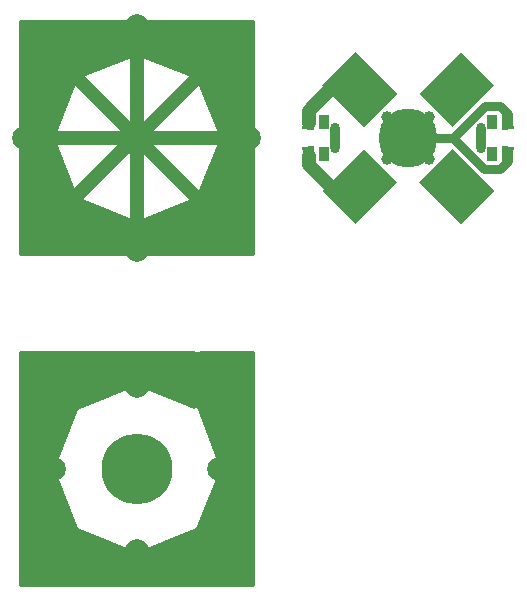
<source format=gbr>
G04 #@! TF.FileFunction,Copper,L2,Bot,Signal*
%FSLAX46Y46*%
G04 Gerber Fmt 4.6, Leading zero omitted, Abs format (unit mm)*
G04 Created by KiCad (PCBNEW 4.0.5+dfsg1-4) date Tue Mar 12 13:04:03 2019*
%MOMM*%
%LPD*%
G01*
G04 APERTURE LIST*
%ADD10C,0.100000*%
%ADD11C,3.000000*%
%ADD12C,2.000000*%
%ADD13C,6.000000*%
%ADD14C,1.000000*%
%ADD15C,5.000000*%
%ADD16O,0.800000X2.600000*%
%ADD17C,0.900000*%
%ADD18R,0.900000X1.300000*%
%ADD19C,0.600000*%
%ADD20C,0.800000*%
%ADD21C,1.200000*%
%ADD22C,0.254000*%
G04 APERTURE END LIST*
D10*
D11*
X28000000Y-28000000D03*
D12*
X21275000Y-21325000D03*
X34725000Y-34675000D03*
X28000000Y-37500000D03*
X21200000Y-34650000D03*
X34700000Y-21300000D03*
X28000000Y-18500000D03*
X37500000Y-28000000D03*
X28000000Y-49000000D03*
X21000000Y-56000000D03*
X28000000Y-63000000D03*
X35000000Y-56000000D03*
D11*
X28000000Y-56000000D03*
D13*
X28000000Y-56000000D03*
D14*
X55370711Y-21649390D03*
X57350610Y-23629289D03*
X54858058Y-26157196D03*
D10*
G36*
X51923565Y-24248007D02*
X55459099Y-20712473D01*
X58287527Y-23540901D01*
X54751993Y-27076435D01*
X51923565Y-24248007D01*
X51923565Y-24248007D01*
G37*
D14*
X52842804Y-24141942D03*
X52800000Y-29800000D03*
X49200000Y-29800000D03*
X49200000Y-26200000D03*
D15*
X51000000Y-28000000D03*
D14*
X52800000Y-26200000D03*
D16*
X57200000Y-28000000D03*
X44800000Y-28000000D03*
D10*
G36*
X59994467Y-27221228D02*
X58949301Y-27321866D01*
X58954842Y-25814395D01*
X59701389Y-25742511D01*
X59994467Y-27221228D01*
X59994467Y-27221228D01*
G37*
D17*
X59400000Y-26525000D03*
D12*
X18500000Y-28000000D03*
D10*
G36*
X58949301Y-28653134D02*
X59994467Y-28753772D01*
X59701389Y-30232489D01*
X58954842Y-30160605D01*
X58949301Y-28653134D01*
X58949301Y-28653134D01*
G37*
D17*
X59400000Y-29450000D03*
D10*
G36*
X42005533Y-28778772D02*
X43050699Y-28678134D01*
X43045158Y-30185605D01*
X42298611Y-30257489D01*
X42005533Y-28778772D01*
X42005533Y-28778772D01*
G37*
D17*
X42600000Y-29475000D03*
D10*
G36*
X43050699Y-27321866D02*
X42005533Y-27221228D01*
X42298611Y-25742511D01*
X43045158Y-25814395D01*
X43050699Y-27321866D01*
X43050699Y-27321866D01*
G37*
D17*
X42600000Y-26525000D03*
D18*
X58100000Y-26650000D03*
D17*
X58100000Y-26650000D03*
D18*
X58100000Y-29350000D03*
D17*
X58100000Y-29350000D03*
D18*
X43900000Y-26650000D03*
D17*
X43900000Y-26650000D03*
D18*
X43900000Y-29350000D03*
D17*
X43900000Y-29350000D03*
D14*
X44649390Y-23629289D03*
X46629289Y-21649390D03*
X49157196Y-24141942D03*
D10*
G36*
X47248007Y-27076435D02*
X43712473Y-23540901D01*
X46540901Y-20712473D01*
X50076435Y-24248007D01*
X47248007Y-27076435D01*
X47248007Y-27076435D01*
G37*
D14*
X47141942Y-26157196D03*
X57350610Y-32370711D03*
X55370711Y-34350610D03*
X52842804Y-31858058D03*
D10*
G36*
X54751993Y-28923565D02*
X58287527Y-32459099D01*
X55459099Y-35287527D01*
X51923565Y-31751993D01*
X54751993Y-28923565D01*
X54751993Y-28923565D01*
G37*
D14*
X54858058Y-29842804D03*
X46629289Y-34350610D03*
X44649390Y-32370711D03*
X47141942Y-29842804D03*
D10*
G36*
X50076435Y-31751993D02*
X46540901Y-35287527D01*
X43712473Y-32459099D01*
X47248007Y-28923565D01*
X50076435Y-31751993D01*
X50076435Y-31751993D01*
G37*
D14*
X49157196Y-31858058D03*
D19*
X21200000Y-62650000D03*
X34700000Y-49300000D03*
X18500000Y-56000000D03*
X37500000Y-56000000D03*
X28000000Y-46500000D03*
D20*
X34700000Y-48875736D02*
X34000000Y-48175736D01*
X34700000Y-49300000D02*
X34700000Y-48875736D01*
X34000000Y-48175736D02*
X34000000Y-46500000D01*
X34000000Y-46500000D02*
X33000000Y-46500000D01*
X33000000Y-46500000D02*
X33000000Y-50250000D01*
X33000000Y-50250000D02*
X33750000Y-51000000D01*
X33750000Y-51000000D02*
X33750000Y-51500000D01*
D21*
X28000000Y-28000000D02*
X27850000Y-28000000D01*
X27850000Y-28000000D02*
X21200000Y-34650000D01*
X28000000Y-28000000D02*
X28050000Y-28000000D01*
X28050000Y-28000000D02*
X34725000Y-34675000D01*
X28000000Y-28000000D02*
X34700000Y-21300000D01*
X21275000Y-21325000D02*
X21325000Y-21325000D01*
X21325000Y-21325000D02*
X28000000Y-28000000D01*
X28000000Y-28000000D02*
X28000000Y-37500000D01*
X28000000Y-28000000D02*
X37500000Y-28000000D01*
X28000000Y-28000000D02*
X18500000Y-28000000D01*
X28000000Y-18500000D02*
X28000000Y-28000000D01*
X44374390Y-23900610D02*
X42575000Y-25700000D01*
X42575000Y-25700000D02*
X42575000Y-26725000D01*
X44349390Y-32074390D02*
X42600000Y-30325000D01*
X42600000Y-30325000D02*
X42600000Y-29500000D01*
D20*
X52800000Y-29800000D02*
X51000000Y-28000000D01*
X49200000Y-29800000D02*
X51000000Y-28000000D01*
X49200000Y-26200000D02*
X51000000Y-28000000D01*
X52800000Y-26200000D02*
X51000000Y-28000000D01*
X51000000Y-28000000D02*
X54800000Y-28000000D01*
X54800000Y-28000000D02*
X57500000Y-25300000D01*
X58750000Y-25300000D02*
X59425000Y-25975000D01*
X57500000Y-25300000D02*
X58750000Y-25300000D01*
X59425000Y-25975000D02*
X59425000Y-26750000D01*
X54800000Y-28000000D02*
X57425000Y-30625000D01*
X58800000Y-30625000D02*
X59425000Y-30000000D01*
X57425000Y-30625000D02*
X58800000Y-30625000D01*
X59425000Y-30000000D02*
X59425000Y-29250000D01*
D22*
G36*
X37873000Y-37873000D02*
X18127000Y-37873000D01*
X18127000Y-27998452D01*
X20873009Y-27998452D01*
X20882083Y-28047167D01*
X22882083Y-33047167D01*
X22911299Y-33090891D01*
X22952833Y-33117917D01*
X27952833Y-35117917D01*
X27998452Y-35126991D01*
X28047167Y-35117917D01*
X33047167Y-33117917D01*
X33090891Y-33088701D01*
X33117917Y-33047167D01*
X35117917Y-28047167D01*
X35126991Y-28001548D01*
X35117917Y-27952833D01*
X33117917Y-22952833D01*
X33088701Y-22909109D01*
X33047167Y-22882083D01*
X28047167Y-20882083D01*
X28001548Y-20873009D01*
X27952833Y-20882083D01*
X22952833Y-22882083D01*
X22909109Y-22911299D01*
X22882083Y-22952833D01*
X20882083Y-27952833D01*
X20873009Y-27998452D01*
X18127000Y-27998452D01*
X18127000Y-18127000D01*
X37873000Y-18127000D01*
X37873000Y-37873000D01*
X37873000Y-37873000D01*
G37*
X37873000Y-37873000D02*
X18127000Y-37873000D01*
X18127000Y-27998452D01*
X20873009Y-27998452D01*
X20882083Y-28047167D01*
X22882083Y-33047167D01*
X22911299Y-33090891D01*
X22952833Y-33117917D01*
X27952833Y-35117917D01*
X27998452Y-35126991D01*
X28047167Y-35117917D01*
X33047167Y-33117917D01*
X33090891Y-33088701D01*
X33117917Y-33047167D01*
X35117917Y-28047167D01*
X35126991Y-28001548D01*
X35117917Y-27952833D01*
X33117917Y-22952833D01*
X33088701Y-22909109D01*
X33047167Y-22882083D01*
X28047167Y-20882083D01*
X28001548Y-20873009D01*
X27952833Y-20882083D01*
X22952833Y-22882083D01*
X22909109Y-22911299D01*
X22882083Y-22952833D01*
X20882083Y-27952833D01*
X20873009Y-27998452D01*
X18127000Y-27998452D01*
X18127000Y-18127000D01*
X37873000Y-18127000D01*
X37873000Y-37873000D01*
G36*
X32873000Y-50812416D02*
X28047167Y-48882083D01*
X27998452Y-48873009D01*
X27952833Y-48882083D01*
X22952833Y-50882083D01*
X22911299Y-50909109D01*
X22882083Y-50952833D01*
X20882083Y-55952833D01*
X20873009Y-56001548D01*
X20882083Y-56047167D01*
X22882083Y-61047167D01*
X22909109Y-61088701D01*
X22952833Y-61117917D01*
X27952833Y-63117917D01*
X28001548Y-63126991D01*
X28047167Y-63117917D01*
X33047167Y-61117917D01*
X33088701Y-61090891D01*
X33117917Y-61047167D01*
X35117917Y-56047167D01*
X35126991Y-55998452D01*
X35119170Y-55956095D01*
X33377000Y-51227348D01*
X33377000Y-46127000D01*
X37873000Y-46127000D01*
X37873000Y-65873000D01*
X18127000Y-65873000D01*
X18127000Y-46127000D01*
X32873000Y-46127000D01*
X32873000Y-50812416D01*
X32873000Y-50812416D01*
G37*
X32873000Y-50812416D02*
X28047167Y-48882083D01*
X27998452Y-48873009D01*
X27952833Y-48882083D01*
X22952833Y-50882083D01*
X22911299Y-50909109D01*
X22882083Y-50952833D01*
X20882083Y-55952833D01*
X20873009Y-56001548D01*
X20882083Y-56047167D01*
X22882083Y-61047167D01*
X22909109Y-61088701D01*
X22952833Y-61117917D01*
X27952833Y-63117917D01*
X28001548Y-63126991D01*
X28047167Y-63117917D01*
X33047167Y-61117917D01*
X33088701Y-61090891D01*
X33117917Y-61047167D01*
X35117917Y-56047167D01*
X35126991Y-55998452D01*
X35119170Y-55956095D01*
X33377000Y-51227348D01*
X33377000Y-46127000D01*
X37873000Y-46127000D01*
X37873000Y-65873000D01*
X18127000Y-65873000D01*
X18127000Y-46127000D01*
X32873000Y-46127000D01*
X32873000Y-50812416D01*
M02*

</source>
